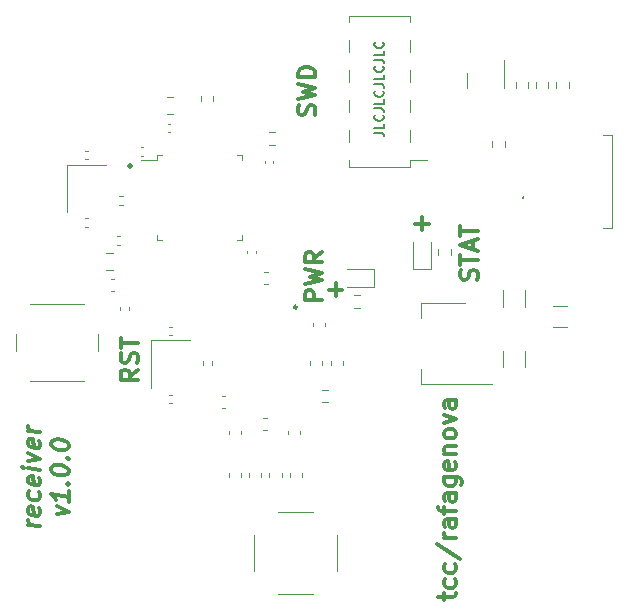
<source format=gbr>
%TF.GenerationSoftware,KiCad,Pcbnew,(6.0.4)*%
%TF.CreationDate,2022-08-12T18:00:07-03:00*%
%TF.ProjectId,rf-system-receiver,72662d73-7973-4746-956d-2d7265636569,rev?*%
%TF.SameCoordinates,Original*%
%TF.FileFunction,Legend,Top*%
%TF.FilePolarity,Positive*%
%FSLAX46Y46*%
G04 Gerber Fmt 4.6, Leading zero omitted, Abs format (unit mm)*
G04 Created by KiCad (PCBNEW (6.0.4)) date 2022-08-12 18:00:07*
%MOMM*%
%LPD*%
G01*
G04 APERTURE LIST*
%ADD10C,0.150000*%
%ADD11C,0.300000*%
%ADD12C,0.120000*%
%ADD13C,0.100000*%
%ADD14C,0.250000*%
%ADD15C,0.200000*%
G04 APERTURE END LIST*
D10*
X148161904Y-46495238D02*
X148733333Y-46495238D01*
X148847619Y-46533333D01*
X148923809Y-46609523D01*
X148961904Y-46723809D01*
X148961904Y-46800000D01*
X148961904Y-45733333D02*
X148961904Y-46114285D01*
X148161904Y-46114285D01*
X148885714Y-45009523D02*
X148923809Y-45047619D01*
X148961904Y-45161904D01*
X148961904Y-45238095D01*
X148923809Y-45352380D01*
X148847619Y-45428571D01*
X148771428Y-45466666D01*
X148619047Y-45504761D01*
X148504761Y-45504761D01*
X148352380Y-45466666D01*
X148276190Y-45428571D01*
X148200000Y-45352380D01*
X148161904Y-45238095D01*
X148161904Y-45161904D01*
X148200000Y-45047619D01*
X148238095Y-45009523D01*
X148161904Y-44438095D02*
X148733333Y-44438095D01*
X148847619Y-44476190D01*
X148923809Y-44552380D01*
X148961904Y-44666666D01*
X148961904Y-44742857D01*
X148961904Y-43676190D02*
X148961904Y-44057142D01*
X148161904Y-44057142D01*
X148885714Y-42952380D02*
X148923809Y-42990476D01*
X148961904Y-43104761D01*
X148961904Y-43180952D01*
X148923809Y-43295238D01*
X148847619Y-43371428D01*
X148771428Y-43409523D01*
X148619047Y-43447619D01*
X148504761Y-43447619D01*
X148352380Y-43409523D01*
X148276190Y-43371428D01*
X148200000Y-43295238D01*
X148161904Y-43180952D01*
X148161904Y-43104761D01*
X148200000Y-42990476D01*
X148238095Y-42952380D01*
X148161904Y-42380952D02*
X148733333Y-42380952D01*
X148847619Y-42419047D01*
X148923809Y-42495238D01*
X148961904Y-42609523D01*
X148961904Y-42685714D01*
X148961904Y-41619047D02*
X148961904Y-42000000D01*
X148161904Y-42000000D01*
X148885714Y-40895238D02*
X148923809Y-40933333D01*
X148961904Y-41047619D01*
X148961904Y-41123809D01*
X148923809Y-41238095D01*
X148847619Y-41314285D01*
X148771428Y-41352380D01*
X148619047Y-41390476D01*
X148504761Y-41390476D01*
X148352380Y-41352380D01*
X148276190Y-41314285D01*
X148200000Y-41238095D01*
X148161904Y-41123809D01*
X148161904Y-41047619D01*
X148200000Y-40933333D01*
X148238095Y-40895238D01*
X148161904Y-40323809D02*
X148733333Y-40323809D01*
X148847619Y-40361904D01*
X148923809Y-40438095D01*
X148961904Y-40552380D01*
X148961904Y-40628571D01*
X148961904Y-39561904D02*
X148961904Y-39942857D01*
X148161904Y-39942857D01*
X148885714Y-38838095D02*
X148923809Y-38876190D01*
X148961904Y-38990476D01*
X148961904Y-39066666D01*
X148923809Y-39180952D01*
X148847619Y-39257142D01*
X148771428Y-39295238D01*
X148619047Y-39333333D01*
X148504761Y-39333333D01*
X148352380Y-39295238D01*
X148276190Y-39257142D01*
X148200000Y-39180952D01*
X148161904Y-39066666D01*
X148161904Y-38990476D01*
X148200000Y-38876190D01*
X148238095Y-38838095D01*
D11*
X152192857Y-53628571D02*
X152192857Y-54771428D01*
X151621428Y-54200000D02*
X152764285Y-54200000D01*
X143778571Y-60700000D02*
X142278571Y-60700000D01*
X142278571Y-60128571D01*
X142350000Y-59985714D01*
X142421428Y-59914285D01*
X142564285Y-59842857D01*
X142778571Y-59842857D01*
X142921428Y-59914285D01*
X142992857Y-59985714D01*
X143064285Y-60128571D01*
X143064285Y-60700000D01*
X142278571Y-59342857D02*
X143778571Y-58985714D01*
X142707142Y-58700000D01*
X143778571Y-58414285D01*
X142278571Y-58057142D01*
X143778571Y-56628571D02*
X143064285Y-57128571D01*
X143778571Y-57485714D02*
X142278571Y-57485714D01*
X142278571Y-56914285D01*
X142350000Y-56771428D01*
X142421428Y-56700000D01*
X142564285Y-56628571D01*
X142778571Y-56628571D01*
X142921428Y-56700000D01*
X142992857Y-56771428D01*
X143064285Y-56914285D01*
X143064285Y-57485714D01*
X128178571Y-66571428D02*
X127464285Y-67071428D01*
X128178571Y-67428571D02*
X126678571Y-67428571D01*
X126678571Y-66857142D01*
X126750000Y-66714285D01*
X126821428Y-66642857D01*
X126964285Y-66571428D01*
X127178571Y-66571428D01*
X127321428Y-66642857D01*
X127392857Y-66714285D01*
X127464285Y-66857142D01*
X127464285Y-67428571D01*
X128107142Y-66000000D02*
X128178571Y-65785714D01*
X128178571Y-65428571D01*
X128107142Y-65285714D01*
X128035714Y-65214285D01*
X127892857Y-65142857D01*
X127750000Y-65142857D01*
X127607142Y-65214285D01*
X127535714Y-65285714D01*
X127464285Y-65428571D01*
X127392857Y-65714285D01*
X127321428Y-65857142D01*
X127250000Y-65928571D01*
X127107142Y-66000000D01*
X126964285Y-66000000D01*
X126821428Y-65928571D01*
X126750000Y-65857142D01*
X126678571Y-65714285D01*
X126678571Y-65357142D01*
X126750000Y-65142857D01*
X126678571Y-64714285D02*
X126678571Y-63857142D01*
X128178571Y-64285714D02*
X126678571Y-64285714D01*
X119871071Y-79813437D02*
X118871071Y-79688437D01*
X119156785Y-79724151D02*
X119013928Y-79634866D01*
X118942500Y-79554508D01*
X118871071Y-79402723D01*
X118871071Y-79259866D01*
X119799642Y-78304508D02*
X119871071Y-78456294D01*
X119871071Y-78742008D01*
X119799642Y-78875937D01*
X119656785Y-78929508D01*
X119085357Y-78858080D01*
X118942500Y-78768794D01*
X118871071Y-78617008D01*
X118871071Y-78331294D01*
X118942500Y-78197366D01*
X119085357Y-78143794D01*
X119228214Y-78161651D01*
X119371071Y-78893794D01*
X119799642Y-76947366D02*
X119871071Y-77099151D01*
X119871071Y-77384866D01*
X119799642Y-77518794D01*
X119728214Y-77581294D01*
X119585357Y-77634866D01*
X119156785Y-77581294D01*
X119013928Y-77492008D01*
X118942500Y-77411651D01*
X118871071Y-77259866D01*
X118871071Y-76974151D01*
X118942500Y-76840223D01*
X119799642Y-75733080D02*
X119871071Y-75884866D01*
X119871071Y-76170580D01*
X119799642Y-76304508D01*
X119656785Y-76358080D01*
X119085357Y-76286651D01*
X118942500Y-76197366D01*
X118871071Y-76045580D01*
X118871071Y-75759866D01*
X118942500Y-75625937D01*
X119085357Y-75572366D01*
X119228214Y-75590223D01*
X119371071Y-76322366D01*
X119871071Y-75027723D02*
X118871071Y-74902723D01*
X118371071Y-74840223D02*
X118442500Y-74920580D01*
X118513928Y-74858080D01*
X118442500Y-74777723D01*
X118371071Y-74840223D01*
X118513928Y-74858080D01*
X118871071Y-74331294D02*
X119871071Y-74099151D01*
X118871071Y-73617008D01*
X119799642Y-72590223D02*
X119871071Y-72742008D01*
X119871071Y-73027723D01*
X119799642Y-73161651D01*
X119656785Y-73215223D01*
X119085357Y-73143794D01*
X118942500Y-73054508D01*
X118871071Y-72902723D01*
X118871071Y-72617008D01*
X118942500Y-72483080D01*
X119085357Y-72429508D01*
X119228214Y-72447366D01*
X119371071Y-73179508D01*
X119871071Y-71884866D02*
X118871071Y-71759866D01*
X119156785Y-71795580D02*
X119013928Y-71706294D01*
X118942500Y-71625937D01*
X118871071Y-71474151D01*
X118871071Y-71331294D01*
X121286071Y-78831294D02*
X122286071Y-78599151D01*
X121286071Y-78117008D01*
X122286071Y-76884866D02*
X122286071Y-77742008D01*
X122286071Y-77313437D02*
X120786071Y-77125937D01*
X121000357Y-77295580D01*
X121143214Y-77456294D01*
X121214642Y-77608080D01*
X122143214Y-76224151D02*
X122214642Y-76161651D01*
X122286071Y-76242008D01*
X122214642Y-76304508D01*
X122143214Y-76224151D01*
X122286071Y-76242008D01*
X120786071Y-75054508D02*
X120786071Y-74911651D01*
X120857500Y-74777723D01*
X120928928Y-74715223D01*
X121071785Y-74661651D01*
X121357500Y-74625937D01*
X121714642Y-74670580D01*
X122000357Y-74777723D01*
X122143214Y-74867008D01*
X122214642Y-74947366D01*
X122286071Y-75099151D01*
X122286071Y-75242008D01*
X122214642Y-75375937D01*
X122143214Y-75438437D01*
X122000357Y-75492008D01*
X121714642Y-75527723D01*
X121357500Y-75483080D01*
X121071785Y-75375937D01*
X120928928Y-75286651D01*
X120857500Y-75206294D01*
X120786071Y-75054508D01*
X122143214Y-74081294D02*
X122214642Y-74018794D01*
X122286071Y-74099151D01*
X122214642Y-74161651D01*
X122143214Y-74081294D01*
X122286071Y-74099151D01*
X120786071Y-72911651D02*
X120786071Y-72768794D01*
X120857500Y-72634866D01*
X120928928Y-72572366D01*
X121071785Y-72518794D01*
X121357500Y-72483080D01*
X121714642Y-72527723D01*
X122000357Y-72634866D01*
X122143214Y-72724151D01*
X122214642Y-72804508D01*
X122286071Y-72956294D01*
X122286071Y-73099151D01*
X122214642Y-73233080D01*
X122143214Y-73295580D01*
X122000357Y-73349151D01*
X121714642Y-73384866D01*
X121357500Y-73340223D01*
X121071785Y-73233080D01*
X120928928Y-73143794D01*
X120857500Y-73063437D01*
X120786071Y-72911651D01*
X143107142Y-45035714D02*
X143178571Y-44821428D01*
X143178571Y-44464285D01*
X143107142Y-44321428D01*
X143035714Y-44250000D01*
X142892857Y-44178571D01*
X142750000Y-44178571D01*
X142607142Y-44250000D01*
X142535714Y-44321428D01*
X142464285Y-44464285D01*
X142392857Y-44750000D01*
X142321428Y-44892857D01*
X142250000Y-44964285D01*
X142107142Y-45035714D01*
X141964285Y-45035714D01*
X141821428Y-44964285D01*
X141750000Y-44892857D01*
X141678571Y-44750000D01*
X141678571Y-44392857D01*
X141750000Y-44178571D01*
X141678571Y-43678571D02*
X143178571Y-43321428D01*
X142107142Y-43035714D01*
X143178571Y-42750000D01*
X141678571Y-42392857D01*
X143178571Y-41821428D02*
X141678571Y-41821428D01*
X141678571Y-41464285D01*
X141750000Y-41250000D01*
X141892857Y-41107142D01*
X142035714Y-41035714D01*
X142321428Y-40964285D01*
X142535714Y-40964285D01*
X142821428Y-41035714D01*
X142964285Y-41107142D01*
X143107142Y-41250000D01*
X143178571Y-41464285D01*
X143178571Y-41821428D01*
X127500000Y-49214285D02*
X127595238Y-49309523D01*
X127500000Y-49404761D01*
X127404761Y-49309523D01*
X127500000Y-49214285D01*
X127500000Y-49404761D01*
X156857142Y-58964285D02*
X156928571Y-58750000D01*
X156928571Y-58392857D01*
X156857142Y-58250000D01*
X156785714Y-58178571D01*
X156642857Y-58107142D01*
X156500000Y-58107142D01*
X156357142Y-58178571D01*
X156285714Y-58250000D01*
X156214285Y-58392857D01*
X156142857Y-58678571D01*
X156071428Y-58821428D01*
X156000000Y-58892857D01*
X155857142Y-58964285D01*
X155714285Y-58964285D01*
X155571428Y-58892857D01*
X155500000Y-58821428D01*
X155428571Y-58678571D01*
X155428571Y-58321428D01*
X155500000Y-58107142D01*
X155428571Y-57678571D02*
X155428571Y-56821428D01*
X156928571Y-57250000D02*
X155428571Y-57250000D01*
X156500000Y-56392857D02*
X156500000Y-55678571D01*
X156928571Y-56535714D02*
X155428571Y-56035714D01*
X156928571Y-55535714D01*
X155428571Y-55250000D02*
X155428571Y-54392857D01*
X156928571Y-54821428D02*
X155428571Y-54821428D01*
X144892857Y-59228571D02*
X144892857Y-60371428D01*
X144321428Y-59800000D02*
X145464285Y-59800000D01*
X154078571Y-86035714D02*
X154078571Y-85464285D01*
X153578571Y-85821428D02*
X154864285Y-85821428D01*
X155007142Y-85750000D01*
X155078571Y-85607142D01*
X155078571Y-85464285D01*
X155007142Y-84321428D02*
X155078571Y-84464285D01*
X155078571Y-84750000D01*
X155007142Y-84892857D01*
X154935714Y-84964285D01*
X154792857Y-85035714D01*
X154364285Y-85035714D01*
X154221428Y-84964285D01*
X154150000Y-84892857D01*
X154078571Y-84750000D01*
X154078571Y-84464285D01*
X154150000Y-84321428D01*
X155007142Y-83035714D02*
X155078571Y-83178571D01*
X155078571Y-83464285D01*
X155007142Y-83607142D01*
X154935714Y-83678571D01*
X154792857Y-83750000D01*
X154364285Y-83750000D01*
X154221428Y-83678571D01*
X154150000Y-83607142D01*
X154078571Y-83464285D01*
X154078571Y-83178571D01*
X154150000Y-83035714D01*
X153507142Y-81321428D02*
X155435714Y-82607142D01*
X155078571Y-80821428D02*
X154078571Y-80821428D01*
X154364285Y-80821428D02*
X154221428Y-80750000D01*
X154150000Y-80678571D01*
X154078571Y-80535714D01*
X154078571Y-80392857D01*
X155078571Y-79250000D02*
X154292857Y-79250000D01*
X154150000Y-79321428D01*
X154078571Y-79464285D01*
X154078571Y-79750000D01*
X154150000Y-79892857D01*
X155007142Y-79250000D02*
X155078571Y-79392857D01*
X155078571Y-79750000D01*
X155007142Y-79892857D01*
X154864285Y-79964285D01*
X154721428Y-79964285D01*
X154578571Y-79892857D01*
X154507142Y-79750000D01*
X154507142Y-79392857D01*
X154435714Y-79250000D01*
X154078571Y-78750000D02*
X154078571Y-78178571D01*
X155078571Y-78535714D02*
X153792857Y-78535714D01*
X153650000Y-78464285D01*
X153578571Y-78321428D01*
X153578571Y-78178571D01*
X155078571Y-77035714D02*
X154292857Y-77035714D01*
X154150000Y-77107142D01*
X154078571Y-77250000D01*
X154078571Y-77535714D01*
X154150000Y-77678571D01*
X155007142Y-77035714D02*
X155078571Y-77178571D01*
X155078571Y-77535714D01*
X155007142Y-77678571D01*
X154864285Y-77750000D01*
X154721428Y-77750000D01*
X154578571Y-77678571D01*
X154507142Y-77535714D01*
X154507142Y-77178571D01*
X154435714Y-77035714D01*
X154078571Y-75678571D02*
X155292857Y-75678571D01*
X155435714Y-75750000D01*
X155507142Y-75821428D01*
X155578571Y-75964285D01*
X155578571Y-76178571D01*
X155507142Y-76321428D01*
X155007142Y-75678571D02*
X155078571Y-75821428D01*
X155078571Y-76107142D01*
X155007142Y-76250000D01*
X154935714Y-76321428D01*
X154792857Y-76392857D01*
X154364285Y-76392857D01*
X154221428Y-76321428D01*
X154150000Y-76250000D01*
X154078571Y-76107142D01*
X154078571Y-75821428D01*
X154150000Y-75678571D01*
X155007142Y-74392857D02*
X155078571Y-74535714D01*
X155078571Y-74821428D01*
X155007142Y-74964285D01*
X154864285Y-75035714D01*
X154292857Y-75035714D01*
X154150000Y-74964285D01*
X154078571Y-74821428D01*
X154078571Y-74535714D01*
X154150000Y-74392857D01*
X154292857Y-74321428D01*
X154435714Y-74321428D01*
X154578571Y-75035714D01*
X154078571Y-73678571D02*
X155078571Y-73678571D01*
X154221428Y-73678571D02*
X154150000Y-73607142D01*
X154078571Y-73464285D01*
X154078571Y-73250000D01*
X154150000Y-73107142D01*
X154292857Y-73035714D01*
X155078571Y-73035714D01*
X155078571Y-72107142D02*
X155007142Y-72250000D01*
X154935714Y-72321428D01*
X154792857Y-72392857D01*
X154364285Y-72392857D01*
X154221428Y-72321428D01*
X154150000Y-72250000D01*
X154078571Y-72107142D01*
X154078571Y-71892857D01*
X154150000Y-71750000D01*
X154221428Y-71678571D01*
X154364285Y-71607142D01*
X154792857Y-71607142D01*
X154935714Y-71678571D01*
X155007142Y-71750000D01*
X155078571Y-71892857D01*
X155078571Y-72107142D01*
X154078571Y-71107142D02*
X155078571Y-70750000D01*
X154078571Y-70392857D01*
X155078571Y-69178571D02*
X154292857Y-69178571D01*
X154150000Y-69250000D01*
X154078571Y-69392857D01*
X154078571Y-69678571D01*
X154150000Y-69821428D01*
X155007142Y-69178571D02*
X155078571Y-69321428D01*
X155078571Y-69678571D01*
X155007142Y-69821428D01*
X154864285Y-69892857D01*
X154721428Y-69892857D01*
X154578571Y-69821428D01*
X154507142Y-69678571D01*
X154507142Y-69321428D01*
X154435714Y-69178571D01*
D12*
%TO.C,SW1*%
X117800000Y-63520000D02*
X117800000Y-65020000D01*
X124800000Y-65020000D02*
X124800000Y-63520000D01*
X123550000Y-61020000D02*
X119050000Y-61020000D01*
X119050000Y-67520000D02*
X123550000Y-67520000D01*
%TO.C,U1*%
X129740000Y-48840000D02*
X128450000Y-48840000D01*
X136510000Y-48390000D02*
X136960000Y-48390000D01*
X136960000Y-48390000D02*
X136960000Y-48840000D01*
X129740000Y-55610000D02*
X129740000Y-55160000D01*
X136960000Y-55610000D02*
X136960000Y-55160000D01*
X130190000Y-55610000D02*
X129740000Y-55610000D01*
X129740000Y-48390000D02*
X129740000Y-48840000D01*
X136510000Y-55610000D02*
X136960000Y-55610000D01*
X130190000Y-48390000D02*
X129740000Y-48390000D01*
%TO.C,C15*%
X139610000Y-48892164D02*
X139610000Y-49107836D01*
X138890000Y-48892164D02*
X138890000Y-49107836D01*
%TO.C,C8*%
X160910000Y-64963748D02*
X160910000Y-66386252D01*
X159090000Y-64963748D02*
X159090000Y-66386252D01*
%TO.C,FB1*%
X125837221Y-58890000D02*
X126162779Y-58890000D01*
X125837221Y-59910000D02*
X126162779Y-59910000D01*
%TO.C,C7*%
X135540580Y-68790000D02*
X135259420Y-68790000D01*
X135540580Y-69810000D02*
X135259420Y-69810000D01*
%TO.C,L2*%
X140310000Y-75337221D02*
X140310000Y-75662779D01*
X139290000Y-75337221D02*
X139290000Y-75662779D01*
%TO.C,D1*%
X148160000Y-58065000D02*
X145875000Y-58065000D01*
X145875000Y-59535000D02*
X148160000Y-59535000D01*
X148160000Y-59535000D02*
X148160000Y-58065000D01*
%TO.C,R5*%
X126546359Y-52630000D02*
X126853641Y-52630000D01*
X126546359Y-51870000D02*
X126853641Y-51870000D01*
%TO.C,C10*%
X140890000Y-72040580D02*
X140890000Y-71759420D01*
X141910000Y-72040580D02*
X141910000Y-71759420D01*
%TO.C,J3*%
X146000000Y-49410000D02*
X146000000Y-48840000D01*
X151200000Y-39700000D02*
X151200000Y-38680000D01*
X151200000Y-36590000D02*
X146000000Y-36590000D01*
X151200000Y-42240000D02*
X151200000Y-41220000D01*
X146000000Y-47320000D02*
X146000000Y-46300000D01*
X146000000Y-42240000D02*
X146000000Y-41220000D01*
X146000000Y-37160000D02*
X146000000Y-36590000D01*
X146000000Y-44780000D02*
X146000000Y-43760000D01*
X151200000Y-44780000D02*
X151200000Y-43760000D01*
X151200000Y-37160000D02*
X151200000Y-36590000D01*
X151200000Y-49410000D02*
X151200000Y-48840000D01*
X151200000Y-49410000D02*
X146000000Y-49410000D01*
X146000000Y-39700000D02*
X146000000Y-38680000D01*
X152640000Y-48840000D02*
X151200000Y-48840000D01*
X151200000Y-47320000D02*
X151200000Y-46300000D01*
%TO.C,R2*%
X144237258Y-69322500D02*
X143762742Y-69322500D01*
X144237258Y-68277500D02*
X143762742Y-68277500D01*
%TO.C,C1*%
X138859420Y-58287745D02*
X139140580Y-58287745D01*
X138859420Y-59307745D02*
X139140580Y-59307745D01*
D13*
%TO.C,J2*%
X140000000Y-78600000D02*
X143000000Y-78600000D01*
X140000000Y-85600000D02*
X143000000Y-85600000D01*
X145000000Y-83600000D02*
X145000000Y-80600000D01*
X138000000Y-83600000D02*
X138000000Y-80600000D01*
D12*
%TO.C,C23*%
X127360000Y-61292164D02*
X127360000Y-61507836D01*
X126640000Y-61292164D02*
X126640000Y-61507836D01*
%TO.C,R6*%
X139262742Y-47522500D02*
X139737258Y-47522500D01*
X139262742Y-46477500D02*
X139737258Y-46477500D01*
%TO.C,F1*%
X164502064Y-62985000D02*
X163297936Y-62985000D01*
X164502064Y-61165000D02*
X163297936Y-61165000D01*
%TO.C,C14*%
X130638748Y-44935000D02*
X131161252Y-44935000D01*
X130638748Y-43465000D02*
X131161252Y-43465000D01*
%TO.C,C13*%
X142010000Y-75359420D02*
X142010000Y-75640580D01*
X140990000Y-75359420D02*
X140990000Y-75640580D01*
%TO.C,L3*%
X138610000Y-75662779D02*
X138610000Y-75337221D01*
X137590000Y-75662779D02*
X137590000Y-75337221D01*
%TO.C,C19*%
X123692164Y-48760000D02*
X123907836Y-48760000D01*
X123692164Y-48040000D02*
X123907836Y-48040000D01*
%TO.C,R3*%
X146912258Y-61322500D02*
X146437742Y-61322500D01*
X146912258Y-60277500D02*
X146437742Y-60277500D01*
%TO.C,R9*%
X163567500Y-42704758D02*
X163567500Y-42230242D01*
X164612500Y-42704758D02*
X164612500Y-42230242D01*
%TO.C,C4*%
X130812164Y-62925000D02*
X131027836Y-62925000D01*
X130812164Y-63645000D02*
X131027836Y-63645000D01*
D14*
%TO.C,IC1*%
X141625000Y-61275000D02*
G75*
G03*
X141625000Y-61275000I-125000J0D01*
G01*
D12*
%TO.C,R1*%
X134450000Y-66163641D02*
X134450000Y-65856359D01*
X133690000Y-66163641D02*
X133690000Y-65856359D01*
%TO.C,L1*%
X139062779Y-71710000D02*
X138737221Y-71710000D01*
X139062779Y-70690000D02*
X138737221Y-70690000D01*
%TO.C,C11*%
X136910000Y-71759420D02*
X136910000Y-72040580D01*
X135890000Y-71759420D02*
X135890000Y-72040580D01*
%TO.C,U2*%
X152090000Y-60965000D02*
X152090000Y-62225000D01*
X152090000Y-67785000D02*
X152090000Y-66525000D01*
X158100000Y-67785000D02*
X152090000Y-67785000D01*
X155850000Y-60965000D02*
X152090000Y-60965000D01*
%TO.C,R7*%
X153571250Y-56837258D02*
X153571250Y-56362742D01*
X154616250Y-56837258D02*
X154616250Y-56362742D01*
%TO.C,X2*%
X125450000Y-49250000D02*
X122150000Y-49250000D01*
X122150000Y-49250000D02*
X122150000Y-53250000D01*
%TO.C,C6*%
X142690000Y-65859420D02*
X142690000Y-66140580D01*
X143710000Y-65859420D02*
X143710000Y-66140580D01*
%TO.C,C20*%
X123907836Y-54460000D02*
X123692164Y-54460000D01*
X123907836Y-53740000D02*
X123692164Y-53740000D01*
%TO.C,C12*%
X135890000Y-75359420D02*
X135890000Y-75640580D01*
X136910000Y-75359420D02*
X136910000Y-75640580D01*
%TO.C,C22*%
X126607836Y-56010000D02*
X126392164Y-56010000D01*
X126607836Y-55290000D02*
X126392164Y-55290000D01*
D13*
%TO.C,J1*%
X168315000Y-46737500D02*
X168315000Y-46737500D01*
X168315000Y-46737500D02*
X168315000Y-46737500D01*
X168315000Y-54597500D02*
X168315000Y-54597500D01*
X168315000Y-46737500D02*
X168315000Y-54597500D01*
X167490000Y-54597500D02*
X168315000Y-54597500D01*
X167490000Y-46737500D02*
X168315000Y-46737500D01*
D15*
X160790000Y-52067500D02*
X160790000Y-52067500D01*
D13*
X168315000Y-54597500D02*
X168315000Y-54597500D01*
X167490000Y-54597500D02*
X167490000Y-54597500D01*
X168315000Y-46737500D02*
X167490000Y-46737500D01*
X168315000Y-54597500D02*
X167490000Y-54597500D01*
X167490000Y-46737500D02*
X167490000Y-46737500D01*
D15*
X160790000Y-52067500D02*
X160790000Y-52067500D01*
X160790000Y-51967500D02*
X160790000Y-51967500D01*
D13*
X168315000Y-54597500D02*
X168315000Y-46737500D01*
D15*
X160790000Y-51967500D02*
G75*
G03*
X160790000Y-52067500I0J-50000D01*
G01*
X160790000Y-52067500D02*
G75*
G03*
X160790000Y-51967500I0J50000D01*
G01*
X160790000Y-52067500D02*
G75*
G03*
X160790000Y-51967500I0J50000D01*
G01*
D12*
%TO.C,X1*%
X132570000Y-64095000D02*
X129270000Y-64095000D01*
X129270000Y-64095000D02*
X129270000Y-68095000D01*
%TO.C,C21*%
X126011252Y-56665000D02*
X125488748Y-56665000D01*
X126011252Y-58135000D02*
X125488748Y-58135000D01*
%TO.C,R10*%
X161212500Y-42230242D02*
X161212500Y-42704758D01*
X160167500Y-42230242D02*
X160167500Y-42704758D01*
%TO.C,C3*%
X142990000Y-62888325D02*
X142990000Y-62607165D01*
X144010000Y-62888325D02*
X144010000Y-62607165D01*
%TO.C,Q1*%
X156030000Y-42067500D02*
X156030000Y-42717500D01*
X159150000Y-42067500D02*
X159150000Y-42717500D01*
X159150000Y-42067500D02*
X159150000Y-40392500D01*
X156030000Y-42067500D02*
X156030000Y-41417500D01*
%TO.C,R8*%
X159212500Y-47704758D02*
X159212500Y-47230242D01*
X158167500Y-47704758D02*
X158167500Y-47230242D01*
%TO.C,C18*%
X128607836Y-47740000D02*
X128392164Y-47740000D01*
X128607836Y-48460000D02*
X128392164Y-48460000D01*
%TO.C,C17*%
X130692164Y-45740000D02*
X130907836Y-45740000D01*
X130692164Y-46460000D02*
X130907836Y-46460000D01*
%TO.C,R4*%
X133477500Y-43837258D02*
X133477500Y-43362742D01*
X134522500Y-43837258D02*
X134522500Y-43362742D01*
%TO.C,R11*%
X162912500Y-42230242D02*
X162912500Y-42704758D01*
X161867500Y-42230242D02*
X161867500Y-42704758D01*
%TO.C,D2*%
X151458750Y-58085000D02*
X152928750Y-58085000D01*
X152928750Y-58085000D02*
X152928750Y-55800000D01*
X151458750Y-55800000D02*
X151458750Y-58085000D01*
%TO.C,C2*%
X160910000Y-61286252D02*
X160910000Y-59863748D01*
X159090000Y-61286252D02*
X159090000Y-59863748D01*
%TO.C,C5*%
X131027836Y-69395000D02*
X130812164Y-69395000D01*
X131027836Y-68675000D02*
X130812164Y-68675000D01*
%TO.C,C16*%
X138110000Y-56492164D02*
X138110000Y-56707836D01*
X137390000Y-56492164D02*
X137390000Y-56707836D01*
%TO.C,C9*%
X144490000Y-65859420D02*
X144490000Y-66140580D01*
X145510000Y-65859420D02*
X145510000Y-66140580D01*
%TD*%
M02*

</source>
